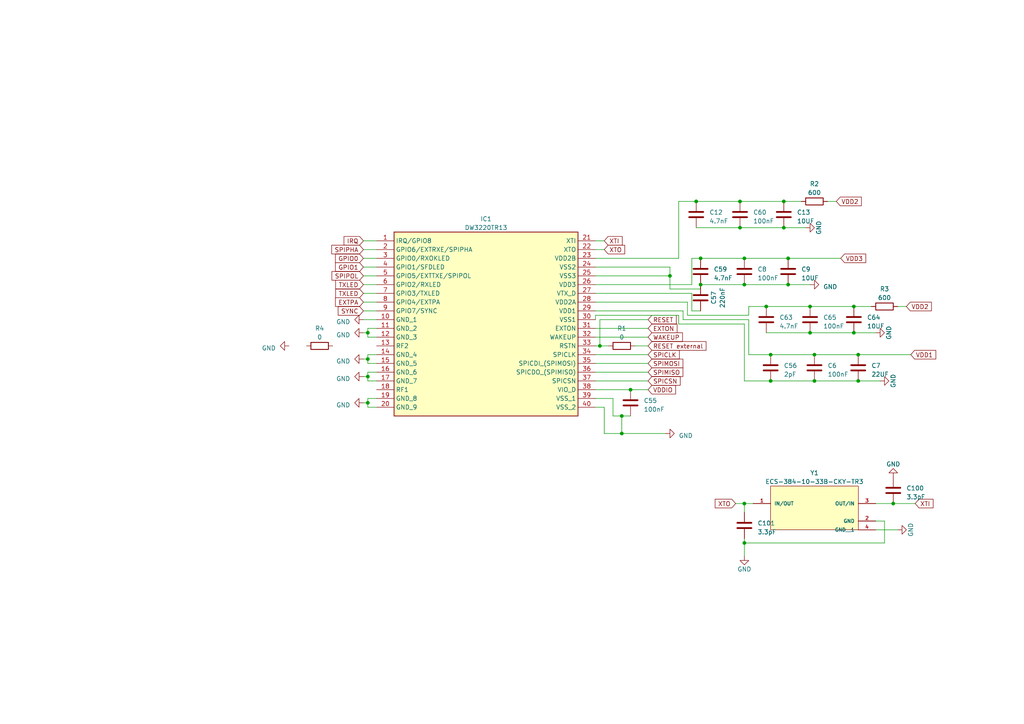
<source format=kicad_sch>
(kicad_sch (version 20230121) (generator eeschema)
  (paper "A4")
  (lib_symbols
    (symbol "DW3210:DW3220TR13"
      (property "Reference" "IC" (at 59.69 7.62 0))
      (property "Value" "DW3220TR13" (at 59.69 5.08 0))
      (symbol "DW3220TR13_1_1"
        (rectangle (start 5.08 2.54) (end 58.42 -50.8) (stroke (width 0.254)) (fill (type background)))
        (pin passive line (at 0 0 0) (length 5.08) (name "IRQ/GPIO8") (number "1"))
        (pin passive line (at 0 -22.86 0) (length 5.08) (name "GND_1") (number "10"))
        (pin passive line (at 0 -25.4 0) (length 5.08) (name "GND_2") (number "11"))
        (pin passive line (at 0 -27.94 0) (length 5.08) (name "GND_3") (number "12"))
        (pin passive line (at 0 -30.48 0) (length 5.08) (name "RF2") (number "13"))
        (pin passive line (at 0 -33.02 0) (length 5.08) (name "GND_4") (number "14"))
        (pin passive line (at 0 -35.56 0) (length 5.08) (name "GND_5") (number "15"))
        (pin passive line (at 0 -38.1 0) (length 5.08) (name "GND_6") (number "16"))
        (pin passive line (at 0 -40.64 0) (length 5.08) (name "GND_7") (number "17"))
        (pin passive line (at 0 -43.18 0) (length 5.08) (name "RF1") (number "18"))
        (pin passive line (at 0 -45.72 0) (length 5.08) (name "GND_8") (number "19"))
        (pin passive line (at 0 -2.54 0) (length 5.08) (name "GPIO6/EXTRXE/SPIPHA") (number "2"))
        (pin passive line (at 0 -48.26 0) (length 5.08) (name "GND_9") (number "20"))
        (pin passive line (at 63.5 0 180) (length 5.08) (name "XTI") (number "21"))
        (pin passive line (at 63.5 -2.54 180) (length 5.08) (name "XTO") (number "22"))
        (pin passive line (at 63.5 -5.08 180) (length 5.08) (name "VDD2B") (number "23"))
        (pin passive line (at 63.5 -7.62 180) (length 5.08) (name "VSS2") (number "24"))
        (pin passive line (at 63.5 -10.16 180) (length 5.08) (name "VSS3") (number "25"))
        (pin passive line (at 63.5 -12.7 180) (length 5.08) (name "VDD3") (number "26"))
        (pin passive line (at 63.5 -15.24 180) (length 5.08) (name "VTX_D") (number "27"))
        (pin passive line (at 63.5 -17.78 180) (length 5.08) (name "VDD2A") (number "28"))
        (pin passive line (at 63.5 -20.32 180) (length 5.08) (name "VDD1") (number "29"))
        (pin passive line (at 0 -5.08 0) (length 5.08) (name "GPIO0/RXOKLED") (number "3"))
        (pin passive line (at 63.5 -22.86 180) (length 5.08) (name "VSS1") (number "30"))
        (pin passive line (at 63.5 -25.4 180) (length 5.08) (name "EXTON") (number "31"))
        (pin passive line (at 63.5 -27.94 180) (length 5.08) (name "WAKEUP") (number "32"))
        (pin passive line (at 63.5 -30.48 180) (length 5.08) (name "RSTN") (number "33"))
        (pin passive line (at 63.5 -33.02 180) (length 5.08) (name "SPICLK") (number "34"))
        (pin passive line (at 63.5 -35.56 180) (length 5.08) (name "SPICDI_(SPIMOSI)") (number "35"))
        (pin passive line (at 63.5 -38.1 180) (length 5.08) (name "SPICDO_(SPIMISO)") (number "36"))
        (pin passive line (at 63.5 -40.64 180) (length 5.08) (name "SPICSN") (number "37"))
        (pin passive line (at 63.5 -43.18 180) (length 5.08) (name "VIO_D") (number "38"))
        (pin passive line (at 63.5 -45.72 180) (length 5.08) (name "VSS_1") (number "39"))
        (pin passive line (at 0 -7.62 0) (length 5.08) (name "GPIO1/SFDLED") (number "4"))
        (pin passive line (at 63.5 -48.26 180) (length 5.08) (name "VSS_2") (number "40"))
        (pin passive line (at 0 -10.16 0) (length 5.08) (name "GPIO5/EXTTXE/SPIPOL") (number "5"))
        (pin passive line (at 0 -12.7 0) (length 5.08) (name "GPIO2/RXLED") (number "6"))
        (pin passive line (at 0 -15.24 0) (length 5.08) (name "GPIO3/TXLED") (number "7"))
        (pin passive line (at 0 -17.78 0) (length 5.08) (name "GPIO4/EXTPA") (number "8"))
        (pin passive line (at 0 -20.32 0) (length 5.08) (name "GPIO7/SYNC") (number "9"))
      )
    )
    (symbol "Device:C" (pin_numbers hide) (pin_names (offset 0.254))
      (property "Reference" "C" (at 0.635 2.54 0))
      (property "Value" "C" (at 0.635 -2.54 0))
      (symbol "C_0_1"
        (polyline (pts (xy -2.032 -0.762) (xy 2.032 -0.762)) (stroke (width 0.508)))
        (polyline (pts (xy -2.032 0.762) (xy 2.032 0.762)) (stroke (width 0.508)))
      )
      (symbol "C_1_1"
        (pin passive line (at 0 3.81 270) (length 2.794) (name "~") (number "1"))
        (pin passive line (at 0 -3.81 90) (length 2.794) (name "~") (number "2"))
      )
    )
    (symbol "Device:R" (pin_numbers hide) (pin_names (offset 0))
      (property "Reference" "R" (at 2.032 0 90))
      (property "Value" "R" (at 0 0 90))
      (symbol "R_0_1"
        (rectangle (start -1.016 -2.54) (end 1.016 2.54) (stroke (width 0.254)))
      )
      (symbol "R_1_1"
        (pin passive line (at 0 3.81 270) (length 1.27) (name "~") (number "1"))
        (pin passive line (at 0 -3.81 90) (length 1.27) (name "~") (number "2"))
      )
    )
    (symbol "ECS-Crystal:ECS-384-10-33B-CKY-TR3" (pin_names (offset 1.016))
      (property "Reference" "Y" (at -12.7295 8.1469 0))
      (property "Value" "ECS-384-10-33B-CKY-TR3" (at -12.7374 -7.6424 0))
      (symbol "ECS-384-10-33B-CKY-TR3_0_0"
        (rectangle (start -12.7 -5.08) (end 12.7 7.62) (stroke (width 0.1524)) (fill (type background)))
        (pin bidirectional line (at -17.78 2.54 0) (length 5.08) (name "IN/OUT") (number "1"))
        (pin power_in line (at 17.78 -2.54 180) (length 5.08) (name "GND") (number "2"))
        (pin bidirectional line (at 17.78 2.54 180) (length 5.08) (name "OUT/IN") (number "3"))
        (pin power_in line (at 17.78 -5.08 180) (length 5.08) (name "GND__1") (number "4"))
      )
    )
    (symbol "power:GND" (power) (pin_names (offset 0))
      (property "Value" "GND" (at 0 -3.81 0))
      (symbol "GND_0_1"
        (polyline (pts (xy 0 0) (xy 0 -1.27) (xy 1.27 -1.27) (xy 0 -2.54) (xy -1.27 -1.27) (xy 0 -1.27)))
      )
      (symbol "GND_1_1"
        (pin power_in line (at 0 0 270) (length 0) hide (name "GND") (number "1"))
      )
    )
  )
  (junction (at 236.22 102.87))
  (junction (at 223.52 110.49))
  (junction (at 106.68 116.84))
  (junction (at 234.95 88.9))
  (junction (at 259.08 146.05))
  (junction (at 201.93 58.42))
  (junction (at 182.88 113.03))
  (junction (at 228.6 82.55))
  (junction (at 248.92 102.87))
  (junction (at 214.63 66.04))
  (junction (at 227.33 58.42))
  (junction (at 236.22 110.49))
  (junction (at 228.6 74.93))
  (junction (at 247.65 96.52))
  (junction (at 180.34 120.65))
  (junction (at 106.68 109.22))
  (junction (at 215.9 157.48))
  (junction (at 194.31 80.01))
  (junction (at 234.95 96.52))
  (junction (at 173.99 100.33))
  (junction (at 203.2 82.55))
  (junction (at 248.92 110.49))
  (junction (at 223.52 102.87))
  (junction (at 227.33 66.04))
  (junction (at 214.63 58.42))
  (junction (at 215.9 146.05))
  (junction (at 247.65 88.9))
  (junction (at 222.25 88.9))
  (junction (at 215.9 74.93))
  (junction (at 180.34 125.73))
  (junction (at 106.68 96.52))
  (junction (at 106.68 104.14))
  (junction (at 203.2 74.93))
  (junction (at 215.9 82.55))
  (wire (pts (xy 175.26 118.11) (xy 175.26 125.73)))
  (wire (pts (xy 215.9 93.98) (xy 215.9 110.49)))
  (wire (pts (xy 105.41 74.93) (xy 109.22 74.93)))
  (wire (pts (xy 198.12 92.71) (xy 198.12 90.17)))
  (wire (pts (xy 109.22 110.49) (xy 106.68 110.49)))
  (wire (pts (xy 106.68 115.57) (xy 106.68 116.84)))
  (wire (pts (xy 175.26 125.73) (xy 180.34 125.73)))
  (wire (pts (xy 105.41 80.01) (xy 109.22 80.01)))
  (wire (pts (xy 196.85 91.44) (xy 196.85 93.98)))
  (wire (pts (xy 109.22 118.11) (xy 106.68 118.11)))
  (wire (pts (xy 248.92 102.87) (xy 264.16 102.87)))
  (wire (pts (xy 215.9 74.93) (xy 228.6 74.93)))
  (wire (pts (xy 217.17 102.87) (xy 217.17 92.71)))
  (wire (pts (xy 200.66 90.17) (xy 203.2 90.17)))
  (wire (pts (xy 109.22 95.25) (xy 106.68 95.25)))
  (wire (pts (xy 199.39 87.63) (xy 199.39 91.44)))
  (wire (pts (xy 198.12 90.17) (xy 172.72 90.17)))
  (wire (pts (xy 194.31 77.47) (xy 194.31 80.01)))
  (wire (pts (xy 196.85 74.93) (xy 196.85 58.42)))
  (wire (pts (xy 105.41 82.55) (xy 109.22 82.55)))
  (wire (pts (xy 173.99 92.71) (xy 173.99 100.33)))
  (wire (pts (xy 196.85 93.98) (xy 215.9 93.98)))
  (wire (pts (xy 106.68 105.41) (xy 106.68 104.14)))
  (wire (pts (xy 172.72 72.39) (xy 175.26 72.39)))
  (wire (pts (xy 256.54 151.13) (xy 254 151.13)))
  (wire (pts (xy 105.41 87.63) (xy 109.22 87.63)))
  (wire (pts (xy 105.41 77.47) (xy 109.22 77.47)))
  (wire (pts (xy 172.72 69.85) (xy 175.26 69.85)))
  (wire (pts (xy 222.25 96.52) (xy 234.95 96.52)))
  (wire (pts (xy 217.17 91.44) (xy 217.17 88.9)))
  (wire (pts (xy 172.72 100.33) (xy 173.99 100.33)))
  (wire (pts (xy 240.03 58.42) (xy 242.57 58.42)))
  (wire (pts (xy 105.41 92.71) (xy 109.22 92.71)))
  (wire (pts (xy 256.54 157.48) (xy 215.9 157.48)))
  (wire (pts (xy 227.33 58.42) (xy 232.41 58.42)))
  (wire (pts (xy 223.52 102.87) (xy 236.22 102.87)))
  (wire (pts (xy 223.52 110.49) (xy 236.22 110.49)))
  (wire (pts (xy 105.41 69.85) (xy 109.22 69.85)))
  (wire (pts (xy 106.68 97.79) (xy 106.68 96.52)))
  (wire (pts (xy 194.31 83.82) (xy 203.2 83.82)))
  (wire (pts (xy 172.72 87.63) (xy 199.39 87.63)))
  (wire (pts (xy 172.72 80.01) (xy 194.31 80.01)))
  (wire (pts (xy 172.72 105.41) (xy 187.96 105.41)))
  (wire (pts (xy 200.66 74.93) (xy 203.2 74.93)))
  (wire (pts (xy 187.96 92.71) (xy 173.99 92.71)))
  (wire (pts (xy 228.6 74.93) (xy 243.84 74.93)))
  (wire (pts (xy 215.9 146.05) (xy 218.44 146.05)))
  (wire (pts (xy 247.65 88.9) (xy 252.73 88.9)))
  (wire (pts (xy 106.68 104.14) (xy 105.41 104.14)))
  (wire (pts (xy 236.22 102.87) (xy 248.92 102.87)))
  (wire (pts (xy 105.41 90.17) (xy 109.22 90.17)))
  (wire (pts (xy 172.72 110.49) (xy 187.96 110.49)))
  (wire (pts (xy 172.72 97.79) (xy 187.96 97.79)))
  (wire (pts (xy 201.93 66.04) (xy 214.63 66.04)))
  (wire (pts (xy 203.2 83.82) (xy 203.2 82.55)))
  (wire (pts (xy 215.9 110.49) (xy 223.52 110.49)))
  (wire (pts (xy 215.9 157.48) (xy 215.9 156.21)))
  (wire (pts (xy 214.63 66.04) (xy 227.33 66.04)))
  (wire (pts (xy 260.35 88.9) (xy 262.89 88.9)))
  (wire (pts (xy 196.85 58.42) (xy 201.93 58.42)))
  (wire (pts (xy 109.22 97.79) (xy 106.68 97.79)))
  (wire (pts (xy 222.25 88.9) (xy 234.95 88.9)))
  (wire (pts (xy 228.6 82.55) (xy 234.95 82.55)))
  (wire (pts (xy 182.88 113.03) (xy 187.96 113.03)))
  (wire (pts (xy 172.72 92.71) (xy 172.72 91.44)))
  (wire (pts (xy 199.39 91.44) (xy 217.17 91.44)))
  (wire (pts (xy 254 146.05) (xy 259.08 146.05)))
  (wire (pts (xy 203.2 74.93) (xy 215.9 74.93)))
  (wire (pts (xy 234.95 96.52) (xy 247.65 96.52)))
  (wire (pts (xy 194.31 80.01) (xy 194.31 83.82)))
  (wire (pts (xy 172.72 115.57) (xy 177.8 115.57)))
  (wire (pts (xy 200.66 85.09) (xy 200.66 90.17)))
  (wire (pts (xy 109.22 105.41) (xy 106.68 105.41)))
  (wire (pts (xy 105.41 85.09) (xy 109.22 85.09)))
  (wire (pts (xy 201.93 58.42) (xy 214.63 58.42)))
  (wire (pts (xy 217.17 88.9) (xy 222.25 88.9)))
  (wire (pts (xy 106.68 107.95) (xy 106.68 109.22)))
  (wire (pts (xy 172.72 113.03) (xy 182.88 113.03)))
  (wire (pts (xy 180.34 120.65) (xy 182.88 120.65)))
  (wire (pts (xy 247.65 96.52) (xy 254 96.52)))
  (wire (pts (xy 172.72 95.25) (xy 187.96 95.25)))
  (wire (pts (xy 256.54 151.13) (xy 256.54 157.48)))
  (wire (pts (xy 213.36 146.05) (xy 215.9 146.05)))
  (wire (pts (xy 259.08 146.05) (xy 265.43 146.05)))
  (wire (pts (xy 172.72 82.55) (xy 200.66 82.55)))
  (wire (pts (xy 172.72 91.44) (xy 196.85 91.44)))
  (wire (pts (xy 217.17 92.71) (xy 198.12 92.71)))
  (wire (pts (xy 215.9 157.48) (xy 215.9 161.29)))
  (wire (pts (xy 203.2 82.55) (xy 215.9 82.55)))
  (wire (pts (xy 248.92 110.49) (xy 255.27 110.49)))
  (wire (pts (xy 214.63 58.42) (xy 227.33 58.42)))
  (wire (pts (xy 215.9 82.55) (xy 228.6 82.55)))
  (wire (pts (xy 217.17 102.87) (xy 223.52 102.87)))
  (wire (pts (xy 106.68 109.22) (xy 105.41 109.22)))
  (wire (pts (xy 177.8 120.65) (xy 180.34 120.65)))
  (wire (pts (xy 227.33 66.04) (xy 233.68 66.04)))
  (wire (pts (xy 109.22 102.87) (xy 106.68 102.87)))
  (wire (pts (xy 234.95 88.9) (xy 247.65 88.9)))
  (wire (pts (xy 105.41 72.39) (xy 109.22 72.39)))
  (wire (pts (xy 180.34 120.65) (xy 180.34 125.73)))
  (wire (pts (xy 109.22 107.95) (xy 106.68 107.95)))
  (wire (pts (xy 177.8 115.57) (xy 177.8 120.65)))
  (wire (pts (xy 172.72 74.93) (xy 196.85 74.93)))
  (wire (pts (xy 172.72 107.95) (xy 187.96 107.95)))
  (wire (pts (xy 106.68 110.49) (xy 106.68 109.22)))
  (wire (pts (xy 106.68 116.84) (xy 105.41 116.84)))
  (wire (pts (xy 180.34 125.73) (xy 193.04 125.73)))
  (wire (pts (xy 106.68 118.11) (xy 106.68 116.84)))
  (wire (pts (xy 109.22 115.57) (xy 106.68 115.57)))
  (wire (pts (xy 172.72 77.47) (xy 194.31 77.47)))
  (wire (pts (xy 172.72 85.09) (xy 200.66 85.09)))
  (wire (pts (xy 106.68 96.52) (xy 105.41 96.52)))
  (wire (pts (xy 215.9 146.05) (xy 215.9 148.59)))
  (wire (pts (xy 254 153.67) (xy 260.35 153.67)))
  (wire (pts (xy 184.15 100.33) (xy 187.96 100.33)))
  (wire (pts (xy 172.72 118.11) (xy 175.26 118.11)))
  (wire (pts (xy 200.66 82.55) (xy 200.66 74.93)))
  (wire (pts (xy 106.68 95.25) (xy 106.68 96.52)))
  (wire (pts (xy 106.68 102.87) (xy 106.68 104.14)))
  (wire (pts (xy 173.99 100.33) (xy 176.53 100.33)))
  (wire (pts (xy 236.22 110.49) (xy 248.92 110.49)))
  (wire (pts (xy 172.72 102.87) (xy 187.96 102.87)))
  (global_label "SPICLK" (shape input) (at 187.96 102.87 0) (property "Intersheetrefs" "${INTERSHEET_REFS}" (effects hide)))
  (global_label "VDD1" (shape input) (at 264.16 102.87 0) (property "Intersheetrefs" "${INTERSHEET_REFS}" (effects hide)))
  (global_label "VDDIO" (shape input) (at 187.96 113.03 0) (property "Intersheetrefs" "${INTERSHEET_REFS}" (effects hide)))
  (global_label "VDD2" (shape input) (at 262.89 88.9 0) (property "Intersheetrefs" "${INTERSHEET_REFS}" (effects hide)))
  (global_label "SPIPOL" (shape input) (at 105.41 80.01 180) (property "Intersheetrefs" "${INTERSHEET_REFS}" (effects hide)))
  (global_label "VDD3" (shape input) (at 243.84 74.93 0) (property "Intersheetrefs" "${INTERSHEET_REFS}" (effects hide)))
  (global_label "WAKEUP" (shape input) (at 187.96 97.79 0) (property "Intersheetrefs" "${INTERSHEET_REFS}" (effects hide)))
  (global_label "SPICSN" (shape input) (at 187.96 110.49 0) (property "Intersheetrefs" "${INTERSHEET_REFS}" (effects hide)))
  (global_label "RESET external" (shape input) (at 187.96 100.33 0) (property "Intersheetrefs" "${INTERSHEET_REFS}" (effects hide)))
  (global_label "TXLED" (shape input) (at 105.41 85.09 180) (property "Intersheetrefs" "${INTERSHEET_REFS}" (effects hide)))
  (global_label "SPIPHA" (shape input) (at 105.41 72.39 180) (property "Intersheetrefs" "${INTERSHEET_REFS}" (effects hide)))
  (global_label "XTO" (shape input) (at 213.36 146.05 180) (property "Intersheetrefs" "${INTERSHEET_REFS}" (effects hide)))
  (global_label "VDD2" (shape input) (at 242.57 58.42 0) (property "Intersheetrefs" "${INTERSHEET_REFS}" (effects hide)))
  (global_label "SYNC" (shape input) (at 105.41 90.17 180) (property "Intersheetrefs" "${INTERSHEET_REFS}" (effects hide)))
  (global_label "EXTPA" (shape input) (at 105.41 87.63 180) (property "Intersheetrefs" "${INTERSHEET_REFS}" (effects hide)))
  (global_label "GPIO1" (shape input) (at 105.41 77.47 180) (property "Intersheetrefs" "${INTERSHEET_REFS}" (effects hide)))
  (global_label "XTO" (shape input) (at 175.26 72.39 0) (property "Intersheetrefs" "${INTERSHEET_REFS}" (effects hide)))
  (global_label "GPIO0" (shape input) (at 105.41 74.93 180) (property "Intersheetrefs" "${INTERSHEET_REFS}" (effects hide)))
  (global_label "XTI" (shape input) (at 175.26 69.85 0) (property "Intersheetrefs" "${INTERSHEET_REFS}" (effects hide)))
  (global_label "SPIMISO" (shape input) (at 187.96 107.95 0) (property "Intersheetrefs" "${INTERSHEET_REFS}" (effects hide)))
  (global_label "SPIMOSI" (shape input) (at 187.96 105.41 0) (property "Intersheetrefs" "${INTERSHEET_REFS}" (effects hide)))
  (global_label "TXLED" (shape input) (at 105.41 82.55 180) (property "Intersheetrefs" "${INTERSHEET_REFS}" (effects hide)))
  (global_label "RESET" (shape input) (at 187.96 92.71 0) (property "Intersheetrefs" "${INTERSHEET_REFS}" (effects hide)))
  (global_label "IRQ" (shape input) (at 105.41 69.85 180) (property "Intersheetrefs" "${INTERSHEET_REFS}" (effects hide)))
  (global_label "XTI" (shape input) (at 265.43 146.05 0) (property "Intersheetrefs" "${INTERSHEET_REFS}" (effects hide)))
  (global_label "EXTON" (shape input) (at 187.96 95.25 0) (property "Intersheetrefs" "${INTERSHEET_REFS}" (effects hide)))
  (symbol (lib_id "Device:C") (at 248.92 106.68 180) (unit 1)
    (property "Reference" "C7" (at 252.73 106.045 0) (effects (justify right)))
    (property "Value" "22UF" (at 252.73 108.585 0) (effects (justify right)))
    (property "Footprint" "Capacitor_SMD:C_0402_1005Metric" (effects hide))
  )
  (symbol (lib_id "power:GND") (at 105.41 92.71 270) (unit 1)
    (property "Reference" "#PWR05" (effects hide))
    (property "Value" "GND" (at 101.6 93.345 90) (effects (justify right)))
  )
  (symbol (lib_id "Device:R") (at 236.22 58.42 90) (unit 1)
    (property "Reference" "R2" (at 236.22 53.34 90))
    (property "Value" "600" (at 236.22 55.88 90))
    (property "Footprint" "Resistor_SMD:R_0402_1005Metric" (effects hide))
  )
  (symbol (lib_id "power:GND") (at 255.27 110.49 90) (unit 1)
    (property "Reference" "#PWR010" (effects hide))
    (property "Value" "GND" (at 259.08 110.49 0))
  )
  (symbol (lib_id "DW3210:DW3220TR13") (at 109.22 69.85 0) (unit 1)
    (property "Reference" "IC1" (at 140.97 63.5 0))
    (property "Value" "DW3220TR13" (at 140.97 66.04 0))
    (property "Footprint" "TESIS:DW3220TR13-1" (effects hide))
    (property "Datasheet" "https://www.qorvo.com/products/d/da008142" (effects hide))
    (property "Manufacturer_Name" "Qorvo" (effects hide))
    (property "Manufacturer_Part_Number" "DW3220TR13" (effects hide))
    (property "Mouser Part Number" "772-DW3220TR13" (effects hide))
    (property "Mouser Price/Stock" "https://www.mouser.co.uk/ProductDetail/Qorvo/DW3220TR13?qs=hWgE7mdIu5Rlynx3NsHs6w%3D%3D" (effects hide))
  )
  (symbol (lib_id "power:GND") (at 260.35 153.67 90) (unit 1)
    (property "Reference" "#PWR011" (effects hide))
    (property "Value" "GND" (at 264.16 153.67 0))
  )
  (symbol (lib_id "Device:R") (at 180.34 100.33 90) (unit 1)
    (property "Reference" "R1" (at 180.34 95.25 90))
    (property "Value" "0" (at 180.34 97.79 90))
    (property "Footprint" "Resistor_SMD:R_0402_1005Metric" (effects hide))
  )
  (symbol (lib_id "Device:C") (at 215.9 152.4 180) (unit 1)
    (property "Reference" "C101" (at 219.71 151.765 0) (effects (justify right)))
    (property "Value" "3.3pF" (at 219.71 154.305 0) (effects (justify right)))
    (property "Footprint" "Capacitor_SMD:C_0402_1005Metric" (effects hide))
  )
  (symbol (lib_id "Device:C") (at 222.25 92.71 180) (unit 1)
    (property "Reference" "C63" (at 226.06 92.075 0) (effects (justify right)))
    (property "Value" "4.7nF" (at 226.06 94.615 0) (effects (justify right)))
    (property "Footprint" "Capacitor_SMD:C_0402_1005Metric" (effects hide))
  )
  (symbol (lib_id "power:GND") (at 105.41 109.22 270) (unit 1)
    (property "Reference" "#PWR02" (effects hide))
    (property "Value" "GND" (at 101.6 109.855 90) (effects (justify right)))
  )
  (symbol (lib_id "power:GND") (at 105.41 96.52 270) (unit 1)
    (property "Reference" "#PWR04" (effects hide))
    (property "Value" "GND" (at 101.6 97.155 90) (effects (justify right)))
  )
  (symbol (lib_id "Device:C") (at 214.63 62.23 180) (unit 1)
    (property "Reference" "C60" (at 218.44 61.595 0) (effects (justify right)))
    (property "Value" "100nF" (at 218.44 64.135 0) (effects (justify right)))
    (property "Footprint" "Capacitor_SMD:C_0402_1005Metric" (effects hide))
  )
  (symbol (lib_id "Device:C") (at 215.9 78.74 180) (unit 1)
    (property "Reference" "C8" (at 219.71 78.105 0) (effects (justify right)))
    (property "Value" "100nF" (at 219.71 80.645 0) (effects (justify right)))
    (property "Footprint" "Capacitor_SMD:C_0402_1005Metric" (effects hide))
  )
  (symbol (lib_id "Device:C") (at 247.65 92.71 180) (unit 1)
    (property "Reference" "C64" (at 251.46 92.075 0) (effects (justify right)))
    (property "Value" "10UF" (at 251.46 94.615 0) (effects (justify right)))
    (property "Footprint" "Capacitor_SMD:C_0402_1005Metric" (effects hide))
  )
  (symbol (lib_id "Device:C") (at 228.6 78.74 180) (unit 1)
    (property "Reference" "C9" (at 232.41 78.105 0) (effects (justify right)))
    (property "Value" "10UF" (at 232.41 80.645 0) (effects (justify right)))
    (property "Footprint" "Capacitor_SMD:C_0402_1005Metric" (effects hide))
  )
  (symbol (lib_id "power:GND") (at 83.82 100.33 270) (unit 1)
    (property "Reference" "#PWR014" (effects hide))
    (property "Value" "GND" (at 80.01 100.965 90) (effects (justify right)))
  )
  (symbol (lib_id "power:GND") (at 233.68 66.04 90) (unit 1)
    (property "Reference" "#PWR07" (effects hide))
    (property "Value" "GND" (at 237.49 66.04 0))
  )
  (symbol (lib_id "Device:C") (at 203.2 78.74 180) (unit 1)
    (property "Reference" "C59" (at 207.01 78.105 0) (effects (justify right)))
    (property "Value" "4.7nF" (at 207.01 80.645 0) (effects (justify right)))
    (property "Footprint" "Capacitor_SMD:C_0402_1005Metric" (effects hide))
  )
  (symbol (lib_id "Device:C") (at 203.2 86.36 0) (mirror x) (unit 1)
    (property "Reference" "C57" (at 207.01 86.36 90))
    (property "Value" "220nF" (at 209.55 86.36 90))
    (property "Footprint" "Capacitor_SMD:C_0402_1005Metric" (effects hide))
  )
  (symbol (lib_id "Device:C") (at 236.22 106.68 180) (unit 1)
    (property "Reference" "C6" (at 240.03 106.045 0) (effects (justify right)))
    (property "Value" "100nF" (at 240.03 108.585 0) (effects (justify right)))
    (property "Footprint" "Capacitor_SMD:C_0402_1005Metric" (effects hide))
  )
  (symbol (lib_id "ECS-Crystal:ECS-384-10-33B-CKY-TR3") (at 236.22 148.59 0) (unit 1)
    (property "Reference" "Y1" (at 236.22 137.16 0))
    (property "Value" "ECS-384-10-33B-CKY-TR3" (at 236.22 139.7 0))
    (property "Footprint" "TESIS:XTAL_ECS-384-10-33B-CKY-TR3" (effects hide))
    (property "MF" "ECS Inc." (effects hide))
    (property "Description" "\n                        \n                            Crystal 38.4MHz ±10ppm (Tol) ±10ppm (Stability) 10pF FUND 40Ohm 4-Pin Mini-CSMD T/R\n                        \n" (effects hide))
    (property "Package" "ECS-33B ECS Inc." (effects hide))
    (property "Price" "None" (effects hide))
    (property "Check_prices" "https://www.snapeda.com/parts/ECS-384-10-33B-CKY-TR3/ECS/view-part/?ref=eda" (effects hide))
    (property "STANDARD" "MANUFACTURER RECOMMENDATIONS" (effects hide))
    (property "PARTREV" "2017" (effects hide))
    (property "SnapEDA_Link" "https://www.snapeda.com/parts/ECS-384-10-33B-CKY-TR3/ECS/view-part/?ref=snap" (effects hide))
    (property "MP" "ECS-384-10-33B-CKY-TR3" (effects hide))
    (property "Availability" "In Stock" (effects hide))
    (property "MANUFACTURER" "ECS Inc" (effects hide))
  )
  (symbol (lib_id "power:GND") (at 105.41 104.14 270) (unit 1)
    (property "Reference" "#PWR03" (effects hide))
    (property "Value" "GND" (at 101.6 104.775 90) (effects (justify right)))
  )
  (symbol (lib_id "Device:C") (at 223.52 106.68 180) (unit 1)
    (property "Reference" "C56" (at 227.33 106.045 0) (effects (justify right)))
    (property "Value" "2pF" (at 227.33 108.585 0) (effects (justify right)))
    (property "Footprint" "Capacitor_SMD:C_0402_1005Metric" (effects hide))
  )
  (symbol (lib_id "power:GND") (at 234.95 82.55 90) (unit 1)
    (property "Reference" "#PWR08" (effects hide))
    (property "Value" "GND" (at 238.76 83.185 90) (effects (justify right)))
  )
  (symbol (lib_id "Device:R") (at 92.71 100.33 90) (unit 1)
    (property "Reference" "R4" (at 92.71 95.25 90))
    (property "Value" "0" (at 92.71 97.79 90))
    (property "Footprint" "Resistor_SMD:R_0402_1005Metric" (effects hide))
  )
  (symbol (lib_id "Device:C") (at 259.08 142.24 180) (unit 1)
    (property "Reference" "C100" (at 262.89 141.605 0) (effects (justify right)))
    (property "Value" "3.3pF" (at 262.89 144.145 0) (effects (justify right)))
    (property "Footprint" "Capacitor_SMD:C_0402_1005Metric" (effects hide))
  )
  (symbol (lib_id "power:GND") (at 254 96.52 90) (unit 1)
    (property "Reference" "#PWR09" (effects hide))
    (property "Value" "GND" (at 257.81 96.52 0))
  )
  (symbol (lib_id "power:GND") (at 259.08 138.43 180) (unit 1)
    (property "Reference" "#PWR013" (effects hide))
    (property "Value" "GND" (at 259.08 134.62 0))
  )
  (symbol (lib_id "Device:R") (at 256.54 88.9 90) (unit 1)
    (property "Reference" "R3" (at 256.54 83.82 90))
    (property "Value" "600" (at 256.54 86.36 90))
    (property "Footprint" "Resistor_SMD:R_0402_1005Metric" (effects hide))
  )
  (symbol (lib_id "Device:C") (at 182.88 116.84 180) (unit 1)
    (property "Reference" "C55" (at 186.69 116.205 0) (effects (justify right)))
    (property "Value" "100nF" (at 186.69 118.745 0) (effects (justify right)))
    (property "Footprint" "Capacitor_SMD:C_0402_1005Metric" (effects hide))
  )
  (symbol (lib_id "Device:C") (at 227.33 62.23 180) (unit 1)
    (property "Reference" "C13" (at 231.14 61.595 0) (effects (justify right)))
    (property "Value" "10UF" (at 231.14 64.135 0) (effects (justify right)))
    (property "Footprint" "Capacitor_SMD:C_0402_1005Metric" (effects hide))
  )
  (symbol (lib_id "Device:C") (at 201.93 62.23 180) (unit 1)
    (property "Reference" "C12" (at 205.74 61.595 0) (effects (justify right)))
    (property "Value" "4.7nF" (at 205.74 64.135 0) (effects (justify right)))
    (property "Footprint" "Capacitor_SMD:C_0402_1005Metric" (effects hide))
  )
  (symbol (lib_id "Device:C") (at 234.95 92.71 180) (unit 1)
    (property "Reference" "C65" (at 238.76 92.075 0) (effects (justify right)))
    (property "Value" "100nF" (at 238.76 94.615 0) (effects (justify right)))
    (property "Footprint" "Capacitor_SMD:C_0402_1005Metric" (effects hide))
  )
  (symbol (lib_id "power:GND") (at 105.41 116.84 270) (unit 1)
    (property "Reference" "#PWR01" (effects hide))
    (property "Value" "GND" (at 101.6 117.475 90) (effects (justify right)))
  )
  (symbol (lib_id "power:GND") (at 215.9 161.29 0) (unit 1)
    (property "Reference" "#PWR012" (effects hide))
    (property "Value" "GND" (at 215.9 165.1 0))
  )
  (symbol (lib_id "power:GND") (at 193.04 125.73 90) (unit 1)
    (property "Reference" "#PWR06" (effects hide))
    (property "Value" "GND" (at 196.85 126.365 90) (effects (justify right)))
  )
)
</source>
